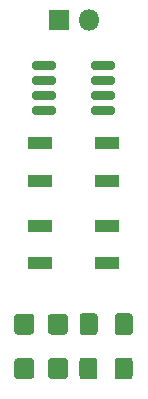
<source format=gbr>
%TF.GenerationSoftware,KiCad,Pcbnew,(5.1.6)-1*%
%TF.CreationDate,2020-08-29T13:30:18-04:00*%
%TF.ProjectId,555-timer-rev1-0,3535352d-7469-46d6-9572-2d726576312d,rev?*%
%TF.SameCoordinates,Original*%
%TF.FileFunction,Soldermask,Top*%
%TF.FilePolarity,Negative*%
%FSLAX46Y46*%
G04 Gerber Fmt 4.6, Leading zero omitted, Abs format (unit mm)*
G04 Created by KiCad (PCBNEW (5.1.6)-1) date 2020-08-29 13:30:18*
%MOMM*%
%LPD*%
G01*
G04 APERTURE LIST*
%ADD10R,2.100000X1.100000*%
%ADD11R,1.800000X1.800000*%
%ADD12O,1.800000X1.800000*%
G04 APERTURE END LIST*
%TO.C,U1*%
G36*
G01*
X150200000Y-79020000D02*
X150200000Y-78670000D01*
G75*
G02*
X150375000Y-78495000I175000J0D01*
G01*
X152075000Y-78495000D01*
G75*
G02*
X152250000Y-78670000I0J-175000D01*
G01*
X152250000Y-79020000D01*
G75*
G02*
X152075000Y-79195000I-175000J0D01*
G01*
X150375000Y-79195000D01*
G75*
G02*
X150200000Y-79020000I0J175000D01*
G01*
G37*
G36*
G01*
X150200000Y-80290000D02*
X150200000Y-79940000D01*
G75*
G02*
X150375000Y-79765000I175000J0D01*
G01*
X152075000Y-79765000D01*
G75*
G02*
X152250000Y-79940000I0J-175000D01*
G01*
X152250000Y-80290000D01*
G75*
G02*
X152075000Y-80465000I-175000J0D01*
G01*
X150375000Y-80465000D01*
G75*
G02*
X150200000Y-80290000I0J175000D01*
G01*
G37*
G36*
G01*
X150200000Y-81560000D02*
X150200000Y-81210000D01*
G75*
G02*
X150375000Y-81035000I175000J0D01*
G01*
X152075000Y-81035000D01*
G75*
G02*
X152250000Y-81210000I0J-175000D01*
G01*
X152250000Y-81560000D01*
G75*
G02*
X152075000Y-81735000I-175000J0D01*
G01*
X150375000Y-81735000D01*
G75*
G02*
X150200000Y-81560000I0J175000D01*
G01*
G37*
G36*
G01*
X150200000Y-82830000D02*
X150200000Y-82480000D01*
G75*
G02*
X150375000Y-82305000I175000J0D01*
G01*
X152075000Y-82305000D01*
G75*
G02*
X152250000Y-82480000I0J-175000D01*
G01*
X152250000Y-82830000D01*
G75*
G02*
X152075000Y-83005000I-175000J0D01*
G01*
X150375000Y-83005000D01*
G75*
G02*
X150200000Y-82830000I0J175000D01*
G01*
G37*
G36*
G01*
X145250000Y-82830000D02*
X145250000Y-82480000D01*
G75*
G02*
X145425000Y-82305000I175000J0D01*
G01*
X147125000Y-82305000D01*
G75*
G02*
X147300000Y-82480000I0J-175000D01*
G01*
X147300000Y-82830000D01*
G75*
G02*
X147125000Y-83005000I-175000J0D01*
G01*
X145425000Y-83005000D01*
G75*
G02*
X145250000Y-82830000I0J175000D01*
G01*
G37*
G36*
G01*
X145250000Y-81560000D02*
X145250000Y-81210000D01*
G75*
G02*
X145425000Y-81035000I175000J0D01*
G01*
X147125000Y-81035000D01*
G75*
G02*
X147300000Y-81210000I0J-175000D01*
G01*
X147300000Y-81560000D01*
G75*
G02*
X147125000Y-81735000I-175000J0D01*
G01*
X145425000Y-81735000D01*
G75*
G02*
X145250000Y-81560000I0J175000D01*
G01*
G37*
G36*
G01*
X145250000Y-80290000D02*
X145250000Y-79940000D01*
G75*
G02*
X145425000Y-79765000I175000J0D01*
G01*
X147125000Y-79765000D01*
G75*
G02*
X147300000Y-79940000I0J-175000D01*
G01*
X147300000Y-80290000D01*
G75*
G02*
X147125000Y-80465000I-175000J0D01*
G01*
X145425000Y-80465000D01*
G75*
G02*
X145250000Y-80290000I0J175000D01*
G01*
G37*
G36*
G01*
X145250000Y-79020000D02*
X145250000Y-78670000D01*
G75*
G02*
X145425000Y-78495000I175000J0D01*
G01*
X147125000Y-78495000D01*
G75*
G02*
X147300000Y-78670000I0J-175000D01*
G01*
X147300000Y-79020000D01*
G75*
G02*
X147125000Y-79195000I-175000J0D01*
G01*
X145425000Y-79195000D01*
G75*
G02*
X145250000Y-79020000I0J175000D01*
G01*
G37*
%TD*%
D10*
%TO.C,SW2*%
X145900000Y-92400000D03*
X145900000Y-95600000D03*
X151600000Y-95600000D03*
X151600000Y-92400000D03*
%TD*%
%TO.C,SW1*%
X145900000Y-85400000D03*
X145900000Y-88600000D03*
X151600000Y-88600000D03*
X151600000Y-85400000D03*
%TD*%
%TO.C,R6*%
G36*
G01*
X152225000Y-105157456D02*
X152225000Y-103842544D01*
G75*
G02*
X152492544Y-103575000I267544J0D01*
G01*
X153482456Y-103575000D01*
G75*
G02*
X153750000Y-103842544I0J-267544D01*
G01*
X153750000Y-105157456D01*
G75*
G02*
X153482456Y-105425000I-267544J0D01*
G01*
X152492544Y-105425000D01*
G75*
G02*
X152225000Y-105157456I0J267544D01*
G01*
G37*
G36*
G01*
X149250000Y-105157456D02*
X149250000Y-103842544D01*
G75*
G02*
X149517544Y-103575000I267544J0D01*
G01*
X150507456Y-103575000D01*
G75*
G02*
X150775000Y-103842544I0J-267544D01*
G01*
X150775000Y-105157456D01*
G75*
G02*
X150507456Y-105425000I-267544J0D01*
G01*
X149517544Y-105425000D01*
G75*
G02*
X149250000Y-105157456I0J267544D01*
G01*
G37*
%TD*%
%TO.C,R5*%
G36*
G01*
X152237500Y-101407456D02*
X152237500Y-100092544D01*
G75*
G02*
X152505044Y-99825000I267544J0D01*
G01*
X153494956Y-99825000D01*
G75*
G02*
X153762500Y-100092544I0J-267544D01*
G01*
X153762500Y-101407456D01*
G75*
G02*
X153494956Y-101675000I-267544J0D01*
G01*
X152505044Y-101675000D01*
G75*
G02*
X152237500Y-101407456I0J267544D01*
G01*
G37*
G36*
G01*
X149262500Y-101407456D02*
X149262500Y-100092544D01*
G75*
G02*
X149530044Y-99825000I267544J0D01*
G01*
X150519956Y-99825000D01*
G75*
G02*
X150787500Y-100092544I0J-267544D01*
G01*
X150787500Y-101407456D01*
G75*
G02*
X150519956Y-101675000I-267544J0D01*
G01*
X149530044Y-101675000D01*
G75*
G02*
X149262500Y-101407456I0J267544D01*
G01*
G37*
%TD*%
D11*
%TO.C,J1*%
X147500000Y-75000000D03*
D12*
X150040000Y-75000000D03*
%TD*%
%TO.C,D2*%
G36*
G01*
X146575000Y-105109375D02*
X146575000Y-103890625D01*
G75*
G02*
X146840625Y-103625000I265625J0D01*
G01*
X148009375Y-103625000D01*
G75*
G02*
X148275000Y-103890625I0J-265625D01*
G01*
X148275000Y-105109375D01*
G75*
G02*
X148009375Y-105375000I-265625J0D01*
G01*
X146840625Y-105375000D01*
G75*
G02*
X146575000Y-105109375I0J265625D01*
G01*
G37*
G36*
G01*
X143725000Y-105109375D02*
X143725000Y-103890625D01*
G75*
G02*
X143990625Y-103625000I265625J0D01*
G01*
X145159375Y-103625000D01*
G75*
G02*
X145425000Y-103890625I0J-265625D01*
G01*
X145425000Y-105109375D01*
G75*
G02*
X145159375Y-105375000I-265625J0D01*
G01*
X143990625Y-105375000D01*
G75*
G02*
X143725000Y-105109375I0J265625D01*
G01*
G37*
%TD*%
%TO.C,D1*%
G36*
G01*
X146575000Y-101359375D02*
X146575000Y-100140625D01*
G75*
G02*
X146840625Y-99875000I265625J0D01*
G01*
X148009375Y-99875000D01*
G75*
G02*
X148275000Y-100140625I0J-265625D01*
G01*
X148275000Y-101359375D01*
G75*
G02*
X148009375Y-101625000I-265625J0D01*
G01*
X146840625Y-101625000D01*
G75*
G02*
X146575000Y-101359375I0J265625D01*
G01*
G37*
G36*
G01*
X143725000Y-101359375D02*
X143725000Y-100140625D01*
G75*
G02*
X143990625Y-99875000I265625J0D01*
G01*
X145159375Y-99875000D01*
G75*
G02*
X145425000Y-100140625I0J-265625D01*
G01*
X145425000Y-101359375D01*
G75*
G02*
X145159375Y-101625000I-265625J0D01*
G01*
X143990625Y-101625000D01*
G75*
G02*
X143725000Y-101359375I0J265625D01*
G01*
G37*
%TD*%
M02*

</source>
